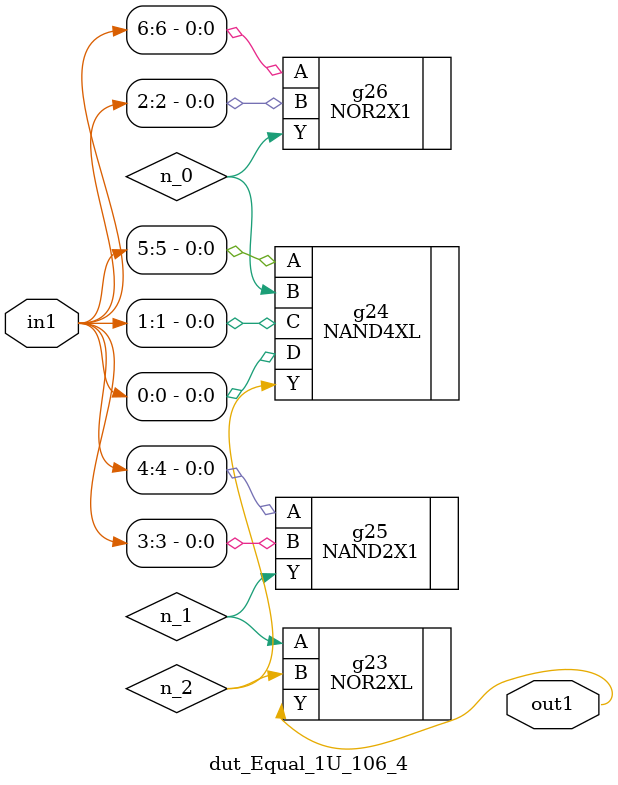
<source format=v>
`timescale 1ps / 1ps


module dut_Equal_1U_106_4(in1, out1);
  input [6:0] in1;
  output out1;
  wire [6:0] in1;
  wire out1;
  wire n_0, n_1, n_2;
  NOR2XL g23(.A (n_1), .B (n_2), .Y (out1));
  NAND4XL g24(.A (in1[5]), .B (n_0), .C (in1[1]), .D (in1[0]), .Y
       (n_2));
  NAND2X1 g25(.A (in1[4]), .B (in1[3]), .Y (n_1));
  NOR2X1 g26(.A (in1[6]), .B (in1[2]), .Y (n_0));
endmodule



</source>
